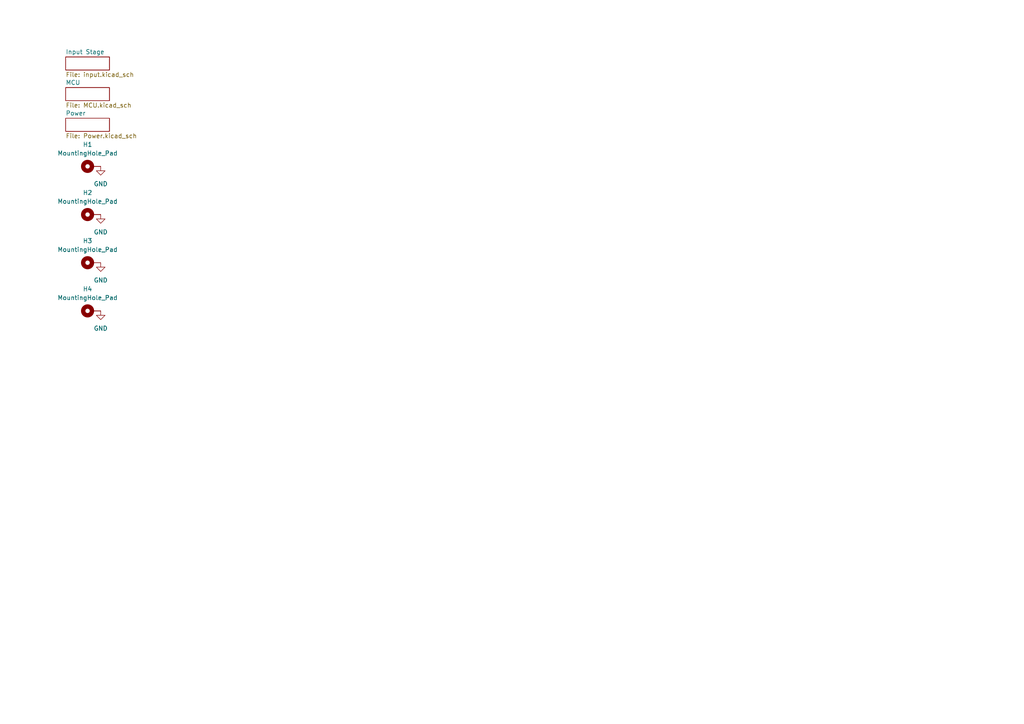
<source format=kicad_sch>
(kicad_sch (version 20231120) (generator "eeschema") (generator_version "8.0")
  (paper "A4")
  (lib_symbols
    (symbol "Mechanical:MountingHole_Pad" (pin_numbers hide) (pin_names (offset 1.016) hide)
      (property "Reference" "H" (at 0 6.35 0))
      (property "Value" "MountingHole_Pad" (at 0 4.445 0))
      (symbol "MountingHole_Pad_0_1"
        (circle (center 0 1.27) (radius 1.27) (stroke (width 1.27)))
      )
      (symbol "MountingHole_Pad_1_1"
        (pin input line (at 0 -2.54 90) (length 2.54) (name "1") (number "1"))
      )
    )
    (symbol "power:GND" (power) (pin_names (offset 0))
      (property "Value" "GND" (at 0 -3.81 0))
      (symbol "GND_0_1"
        (polyline (pts (xy 0 0) (xy 0 -1.27) (xy 1.27 -1.27) (xy 0 -2.54) (xy -1.27 -1.27) (xy 0 -1.27)))
      )
      (symbol "GND_1_1"
        (pin power_in line (at 0 0 270) (length 0) hide (name "GND") (number "1"))
      )
    )
  )
  (symbol (lib_id "power:GND") (at 29.21 62.23 0) (unit 1)
    (property "Reference" "#PWR091" (effects (hide yes)))
    (property "Value" "GND" (at 29.21 67.31 0))
  )
  (symbol (lib_id "Mechanical:MountingHole_Pad") (at 26.67 90.17 90) (unit 1)
    (property "Reference" "H4" (at 25.4 83.82 90))
    (property "Value" "MountingHole_Pad" (at 25.4 86.36 90))
    (property "Footprint" "MountingHole:MountingHole_4.3mm_M4_DIN965_Pad_TopBottom" (effects (hide yes)))
  )
  (symbol (lib_id "power:GND") (at 29.21 90.17 0) (unit 1)
    (property "Reference" "#PWR093" (effects (hide yes)))
    (property "Value" "GND" (at 29.21 95.25 0))
  )
  (symbol (lib_id "Mechanical:MountingHole_Pad") (at 26.67 48.26 90) (unit 1)
    (property "Reference" "H1" (at 25.4 41.91 90))
    (property "Value" "MountingHole_Pad" (at 25.4 44.45 90))
    (property "Footprint" "MountingHole:MountingHole_4.3mm_M4_DIN965_Pad_TopBottom" (effects (hide yes)))
  )
  (symbol (lib_id "Mechanical:MountingHole_Pad") (at 26.67 76.2 90) (unit 1)
    (property "Reference" "H3" (at 25.4 69.85 90))
    (property "Value" "MountingHole_Pad" (at 25.4 72.39 90))
    (property "Footprint" "MountingHole:MountingHole_4.3mm_M4_DIN965_Pad_TopBottom" (effects (hide yes)))
  )
  (symbol (lib_id "power:GND") (at 29.21 48.26 0) (unit 1)
    (property "Reference" "#PWR090" (effects (hide yes)))
    (property "Value" "GND" (at 29.21 53.34 0))
  )
  (symbol (lib_id "power:GND") (at 29.21 76.2 0) (unit 1)
    (property "Reference" "#PWR092" (effects (hide yes)))
    (property "Value" "GND" (at 29.21 81.28 0))
  )
  (symbol (lib_id "Mechanical:MountingHole_Pad") (at 26.67 62.23 90) (unit 1)
    (property "Reference" "H2" (at 25.4 55.88 90))
    (property "Value" "MountingHole_Pad" (at 25.4 58.42 90))
    (property "Footprint" "MountingHole:MountingHole_4.3mm_M4_DIN965_Pad_TopBottom" (effects (hide yes)))
  )
  (sheet (at 19.05 34.29) (size 12.7 3.81) (stroke (width 0.1524))
    (property "Sheetname" "Power" (at 19.05 33.5784 0) (effects (justify left bottom)))
    (property "Sheetfile" "Power.kicad_sch" (at 19.05 38.6846 0) (effects (justify left top)))
  )
  (sheet (at 19.05 25.4) (size 12.7 3.81) (stroke (width 0.1524))
    (property "Sheetname" "MCU" (at 19.05 24.6884 0) (effects (justify left bottom)))
    (property "Sheetfile" "MCU.kicad_sch" (at 19.05 29.7946 0) (effects (justify left top)))
  )
  (sheet (at 19.05 16.51) (size 12.7 3.81) (stroke (width 0.1524))
    (property "Sheetname" "Input Stage" (at 19.05 15.7984 0) (effects (justify left bottom)))
    (property "Sheetfile" "input.kicad_sch" (at 19.05 20.9046 0) (effects (justify left top)))
  )
)
</source>
